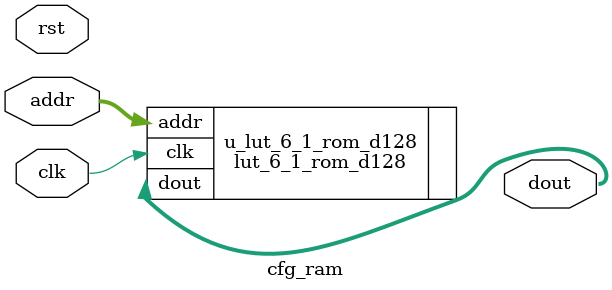
<source format=v>

module cfg_ram 
  # ( 
      parameter ADDR_WIDTH = 4 ,  
                // DATA_DEPTH = 0 ,
                DATA_WIDTH = 32,
                // RAM_INDEX  = 0 ,
                INIT_FILE  = ""

  )

(
    input                       clk ,
    input                       rst ,
    input   [ADDR_WIDTH-1:0]    addr ,
    // input   [7:0]               sram_sel,
    // input                       wr_en ,
    // input   [DATA_WIDTH-1:0]    din  ,
    output  [DATA_WIDTH-1:0]    dout 

);


// wire    wr_en_sel ;
// assign  wr_en_sel = (sram_sel==RAM_INDEX)&wr_en;



lut_6_1_rom_d128 
#(
  .INIT_VALUE (INIT_FILE ),
  .BUS_WIDTH  (DATA_WIDTH  )
)
u_lut_6_1_rom_d128(
  .clk  (clk  ),
  .addr (addr ),
  .dout (dout )
);












    
endmodule




// xpm_memory_spram # (

//   // Common module parameters
//   .MEMORY_SIZE        ((2**ADDR_WIDTH)*DATA_WIDTH),           //positive integer
//   .MEMORY_PRIMITIVE   ("distributed"),         //string; "auto", "distributed", "block" or "ultra";
//   .MEMORY_INIT_FILE   (INIT_FILE),         //string; "none" or "<filename>.mem" 
//   .MEMORY_INIT_PARAM  (""    ),         //string;
//   .USE_MEM_INIT       (1),              //integer; 0,1
//   .WAKEUP_TIME        ("disable_sleep"),//string; "disable_sleep" or "use_sleep_pin" 
//   .MESSAGE_CONTROL    (0),              //integer; 0,1

//   // Port A module parameters
//   .WRITE_DATA_WIDTH_A (DATA_WIDTH),             //positive integer
//   .READ_DATA_WIDTH_A  (DATA_WIDTH),             //positive integer
//   .BYTE_WRITE_WIDTH_A (DATA_WIDTH),             //integer; 8, 9, or WRITE_DATA_WIDTH_A value
//   .ADDR_WIDTH_A       (ADDR_WIDTH),              //positive integer
//   .READ_RESET_VALUE_A ("0"),            //string
//   .ECC_MODE           ("no_ecc"),       //string; "no_ecc", "encode_only", "decode_only" or "both_encode_and_decode" 
//   .AUTO_SLEEP_TIME    (0),              //Do not Change
//   .READ_LATENCY_A     (1),              //non-negative integer
//   .WRITE_MODE_A       ("read_first")    //string; "write_first", "read_first", "no_change" 

// ) xpm_memory_spram_inst (

//   // Common module ports
//   .sleep          (1'b0),

//   // Port A module ports
//   .clka           (clk),
//   .rsta           (rst),
//   .ena            (1'b1),
//   .regcea         (1'b1),
//   .wea            (wr_en_sel),
//   .addra          (addr),
//   .dina           (din),
//   .injectsbiterra (1'b0),
//   .injectdbiterra (1'b0),
//   .douta          (dout),
//   .sbiterra       (),
//   .dbiterra       ()

// );

</source>
